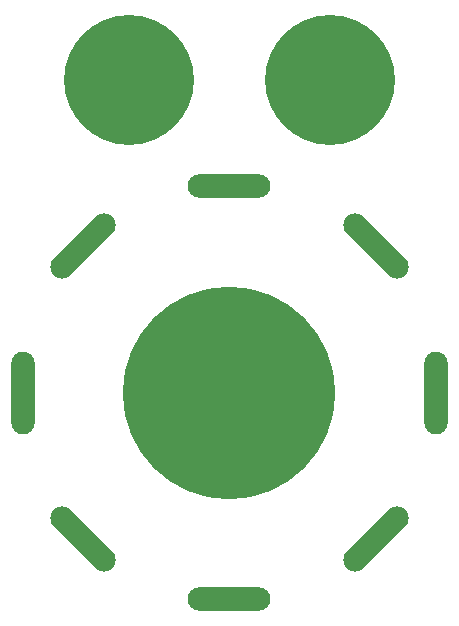
<source format=gbr>
%TF.GenerationSoftware,KiCad,Pcbnew,(6.0.0)*%
%TF.CreationDate,2022-07-31T21:28:17+12:00*%
%TF.ProjectId,MOTOR_TERMINAL_BREAKOUT_42,4d4f544f-525f-4544-9552-4d494e414c5f,0A*%
%TF.SameCoordinates,Original*%
%TF.FileFunction,Soldermask,Bot*%
%TF.FilePolarity,Negative*%
%FSLAX46Y46*%
G04 Gerber Fmt 4.6, Leading zero omitted, Abs format (unit mm)*
G04 Created by KiCad (PCBNEW (6.0.0)) date 2022-07-31 21:28:17*
%MOMM*%
%LPD*%
G01*
G04 APERTURE LIST*
G04 Aperture macros list*
%AMHorizOval*
0 Thick line with rounded ends*
0 $1 width*
0 $2 $3 position (X,Y) of the first rounded end (center of the circle)*
0 $4 $5 position (X,Y) of the second rounded end (center of the circle)*
0 Add line between two ends*
20,1,$1,$2,$3,$4,$5,0*
0 Add two circle primitives to create the rounded ends*
1,1,$1,$2,$3*
1,1,$1,$4,$5*%
G04 Aperture macros list end*
%ADD10HorizOval,2.000000X-1.767767X1.767767X1.767767X-1.767767X0*%
%ADD11O,7.000000X2.000000*%
%ADD12O,2.000000X7.000000*%
%ADD13C,11.000000*%
%ADD14C,6.400000*%
%ADD15C,18.000000*%
%ADD16HorizOval,2.000000X-1.767767X-1.767767X1.767767X1.767767X0*%
G04 APERTURE END LIST*
D10*
%TO.C,H7*%
X232370000Y-137630000D03*
%TD*%
D11*
%TO.C,H8*%
X220000000Y-167500000D03*
%TD*%
%TO.C,H5*%
X220000000Y-132500000D03*
%TD*%
D12*
%TO.C,H4*%
X202500000Y-150000000D03*
%TD*%
D13*
%TO.C,H1*%
X228500000Y-123500000D03*
D14*
X228500000Y-123500000D03*
%TD*%
D15*
%TO.C,H13*%
X220000000Y-150000000D03*
%TD*%
D12*
%TO.C,H9*%
X237500000Y-150000000D03*
%TD*%
D16*
%TO.C,H3*%
X232370000Y-162370000D03*
%TD*%
D14*
%TO.C,H2*%
X211500000Y-123500000D03*
D13*
X211500000Y-123500000D03*
%TD*%
D16*
%TO.C,H10*%
X207630000Y-137630000D03*
%TD*%
D10*
%TO.C,H6*%
X207630000Y-162370000D03*
%TD*%
M02*

</source>
